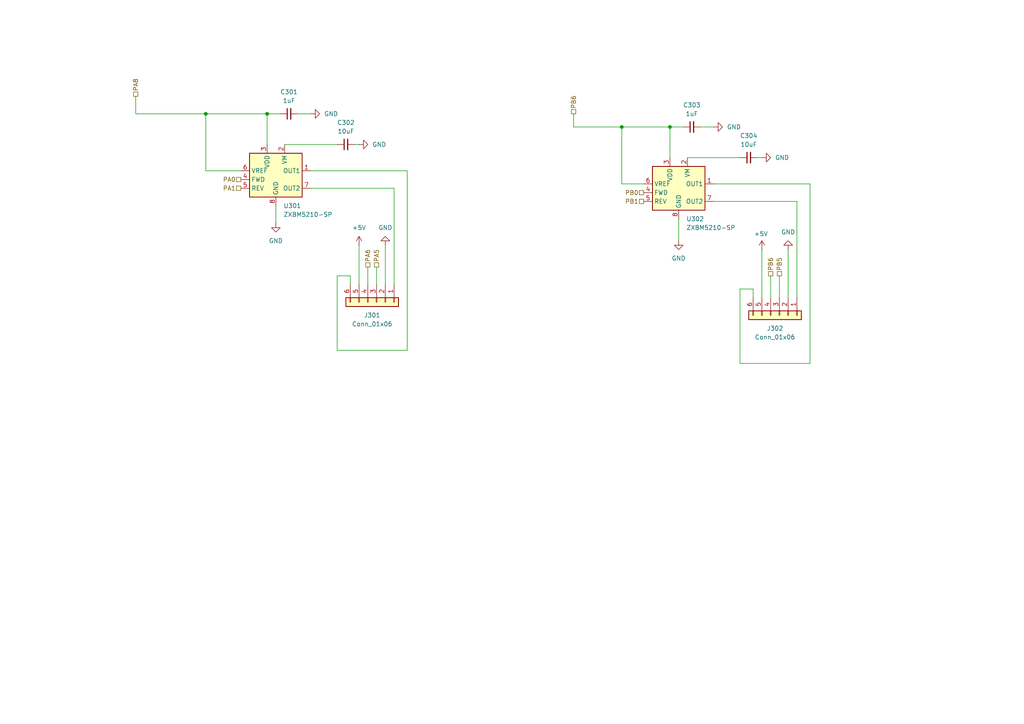
<source format=kicad_sch>
(kicad_sch (version 20231120) (generator "eeschema") (generator_version "8.0")
  (paper "A4")
  (lib_symbols
    (symbol "Connector_Generic:Conn_01x06" (pin_names (offset 1.016) hide)
      (property "Reference" "J" (at 0 7.62 0))
      (property "Value" "Conn_01x06" (at 0 -10.16 0))
      (symbol "Conn_01x06_1_1"
        (rectangle (start -1.27 -7.493) (end 0 -7.747) (stroke (width 0.1524)))
        (rectangle (start -1.27 -4.953) (end 0 -5.207) (stroke (width 0.1524)))
        (rectangle (start -1.27 -2.413) (end 0 -2.667) (stroke (width 0.1524)))
        (rectangle (start -1.27 0.127) (end 0 -0.127) (stroke (width 0.1524)))
        (rectangle (start -1.27 2.667) (end 0 2.413) (stroke (width 0.1524)))
        (rectangle (start -1.27 5.207) (end 0 4.953) (stroke (width 0.1524)))
        (rectangle (start -1.27 6.35) (end 1.27 -8.89) (stroke (width 0.254)) (fill (type background)))
        (pin passive line (at -5.08 5.08 0) (length 3.81) (name "Pin_1") (number "1"))
        (pin passive line (at -5.08 2.54 0) (length 3.81) (name "Pin_2") (number "2"))
        (pin passive line (at -5.08 0 0) (length 3.81) (name "Pin_3") (number "3"))
        (pin passive line (at -5.08 -2.54 0) (length 3.81) (name "Pin_4") (number "4"))
        (pin passive line (at -5.08 -5.08 0) (length 3.81) (name "Pin_5") (number "5"))
        (pin passive line (at -5.08 -7.62 0) (length 3.81) (name "Pin_6") (number "6"))
      )
    )
    (symbol "Device:C_Small" (pin_numbers hide) (pin_names (offset 0.254) hide)
      (property "Reference" "C" (at 0.254 1.778 0))
      (property "Value" "C_Small" (at 0.254 -2.032 0))
      (symbol "C_Small_0_1"
        (polyline (pts (xy -1.524 -0.508) (xy 1.524 -0.508)) (stroke (width 0.3302)))
        (polyline (pts (xy -1.524 0.508) (xy 1.524 0.508)) (stroke (width 0.3048)))
      )
      (symbol "C_Small_1_1"
        (pin passive line (at 0 2.54 270) (length 2.032) (name "~") (number "1"))
        (pin passive line (at 0 -2.54 90) (length 2.032) (name "~") (number "2"))
      )
    )
    (symbol "Driver_Motor:ZXBM5210-SP"
      (property "Reference" "U" (at -7.62 8.89 0))
      (property "Value" "ZXBM5210-SP" (at 10.16 8.89 0))
      (symbol "ZXBM5210-SP_0_0"
        (pin output line (at 10.16 2.54 180) (length 2.54) (name "OUT1") (number "1"))
        (pin power_in line (at 2.54 10.16 270) (length 2.54) (name "VM") (number "2"))
        (pin power_in line (at -2.54 10.16 270) (length 2.54) (name "VDD") (number "3"))
        (pin input line (at -10.16 0 0) (length 2.54) (name "FWD") (number "4"))
        (pin input line (at -10.16 -2.54 0) (length 2.54) (name "REV") (number "5"))
        (pin input line (at -10.16 2.54 0) (length 2.54) (name "VREF") (number "6"))
        (pin output line (at 10.16 -2.54 180) (length 2.54) (name "OUT2") (number "7"))
        (pin power_in line (at 0 -7.62 90) (length 2.54) (name "GND") (number "8"))
        (pin passive line (at 0 -7.62 90) (length 2.54) hide (name "GND") (number "9"))
      )
      (symbol "ZXBM5210-SP_0_1"
        (rectangle (start -7.62 7.62) (end 7.62 -5.08) (stroke (width 0.254)) (fill (type background)))
      )
    )
    (symbol "power:+5V" (power) (pin_numbers hide) (pin_names (offset 0) hide)
      (property "Value" "+5V" (at 0 3.556 0))
      (symbol "+5V_0_1"
        (polyline (pts (xy -0.762 1.27) (xy 0 2.54)))
        (polyline (pts (xy 0 0) (xy 0 2.54)))
        (polyline (pts (xy 0 2.54) (xy 0.762 1.27)))
      )
      (symbol "+5V_1_1"
        (pin power_in line (at 0 0 90) (length 0) (name "~") (number "1"))
      )
    )
    (symbol "power:GND" (power) (pin_numbers hide) (pin_names (offset 0) hide)
      (property "Value" "GND" (at 0 -3.81 0))
      (symbol "GND_0_1"
        (polyline (pts (xy 0 0) (xy 0 -1.27) (xy 1.27 -1.27) (xy 0 -2.54) (xy -1.27 -1.27) (xy 0 -1.27)))
      )
      (symbol "GND_1_1"
        (pin power_in line (at 0 0 270) (length 0) (name "~") (number "1"))
      )
    )
  )
  (junction (at 180.34 36.83))
  (junction (at 77.47 33.02))
  (junction (at 194.31 36.83))
  (junction (at 59.69 33.02))
  (wire (pts (xy 214.63 83.82) (xy 218.44 83.82)))
  (wire (pts (xy 59.69 33.02) (xy 59.69 49.53)))
  (wire (pts (xy 203.2 36.83) (xy 207.01 36.83)))
  (wire (pts (xy 199.39 45.72) (xy 214.63 45.72)))
  (wire (pts (xy 80.01 59.69) (xy 80.01 64.77)))
  (wire (pts (xy 218.44 83.82) (xy 218.44 86.36)))
  (wire (pts (xy 186.69 53.34) (xy 180.34 53.34)))
  (wire (pts (xy 82.55 41.91) (xy 97.79 41.91)))
  (wire (pts (xy 118.11 49.53) (xy 118.11 101.6)))
  (wire (pts (xy 106.68 77.47) (xy 106.68 82.55)))
  (wire (pts (xy 220.98 72.39) (xy 220.98 86.36)))
  (wire (pts (xy 214.63 105.41) (xy 214.63 83.82)))
  (wire (pts (xy 77.47 33.02) (xy 77.47 41.91)))
  (wire (pts (xy 59.69 33.02) (xy 77.47 33.02)))
  (wire (pts (xy 114.3 54.61) (xy 114.3 82.55)))
  (wire (pts (xy 104.14 41.91) (xy 102.87 41.91)))
  (wire (pts (xy 234.95 53.34) (xy 234.95 105.41)))
  (wire (pts (xy 207.01 58.42) (xy 231.14 58.42)))
  (wire (pts (xy 111.76 71.12) (xy 111.76 82.55)))
  (wire (pts (xy 220.98 45.72) (xy 219.71 45.72)))
  (wire (pts (xy 90.17 49.53) (xy 118.11 49.53)))
  (wire (pts (xy 223.52 80.01) (xy 223.52 86.36)))
  (wire (pts (xy 231.14 58.42) (xy 231.14 86.36)))
  (wire (pts (xy 234.95 105.41) (xy 214.63 105.41)))
  (wire (pts (xy 226.06 80.01) (xy 226.06 86.36)))
  (wire (pts (xy 194.31 36.83) (xy 194.31 45.72)))
  (wire (pts (xy 196.85 69.85) (xy 196.85 63.5)))
  (wire (pts (xy 86.36 33.02) (xy 90.17 33.02)))
  (wire (pts (xy 97.79 101.6) (xy 97.79 80.01)))
  (wire (pts (xy 101.6 80.01) (xy 101.6 82.55)))
  (wire (pts (xy 180.34 53.34) (xy 180.34 36.83)))
  (wire (pts (xy 194.31 36.83) (xy 198.12 36.83)))
  (wire (pts (xy 207.01 53.34) (xy 234.95 53.34)))
  (wire (pts (xy 180.34 36.83) (xy 194.31 36.83)))
  (wire (pts (xy 39.37 33.02) (xy 39.37 27.94)))
  (wire (pts (xy 90.17 54.61) (xy 114.3 54.61)))
  (wire (pts (xy 39.37 33.02) (xy 59.69 33.02)))
  (wire (pts (xy 166.37 36.83) (xy 180.34 36.83)))
  (wire (pts (xy 77.47 33.02) (xy 81.28 33.02)))
  (wire (pts (xy 109.22 77.47) (xy 109.22 82.55)))
  (wire (pts (xy 166.37 36.83) (xy 166.37 33.02)))
  (wire (pts (xy 104.14 71.12) (xy 104.14 82.55)))
  (wire (pts (xy 69.85 49.53) (xy 59.69 49.53)))
  (wire (pts (xy 118.11 101.6) (xy 97.79 101.6)))
  (wire (pts (xy 97.79 80.01) (xy 101.6 80.01)))
  (wire (pts (xy 228.6 72.39) (xy 228.6 86.36)))
  (hierarchical_label "PA5" (shape passive) (at 109.22 77.47 90))
  (hierarchical_label "PA0" (shape passive) (at 69.85 52.07 180))
  (hierarchical_label "PB0" (shape passive) (at 186.69 55.88 180))
  (hierarchical_label "PA8" (shape passive) (at 39.37 27.94 90))
  (hierarchical_label "PB5" (shape passive) (at 226.06 80.01 90))
  (hierarchical_label "PA1" (shape passive) (at 69.85 54.61 180))
  (hierarchical_label "PA6" (shape passive) (at 106.68 77.47 90))
  (hierarchical_label "PB6" (shape passive) (at 166.37 33.02 90))
  (hierarchical_label "PB6" (shape passive) (at 223.52 80.01 90))
  (hierarchical_label "PB1" (shape passive) (at 186.69 58.42 180))
  (symbol (lib_id "power:+5V") (at 104.14 71.12 0) (unit 1)
    (property "Reference" "#PWR0308" (effects (hide yes)))
    (property "Value" "+5V" (at 104.14 66.04 0))
    (property "Description" "Power symbol creates a global label with name \"+5V\"" (effects (hide yes)))
  )
  (symbol (lib_id "Device:C_Small") (at 217.17 45.72 90) (unit 1)
    (property "Reference" "C304" (at 217.1763 39.37 90))
    (property "Value" "10uF" (at 217.1763 41.91 90))
    (property "Footprint" "Capacitor_SMD:C_0402_1005Metric" (effects (hide yes)))
    (property "Description" "Unpolarized capacitor, small symbol" (effects (hide yes)))
  )
  (symbol (lib_id "power:GND") (at 104.14 41.91 90) (unit 1)
    (property "Reference" "#PWR0303" (effects (hide yes)))
    (property "Value" "GND" (at 107.95 41.9099 90) (effects (justify right)))
    (property "Description" "Power symbol creates a global label with name \"GND\" , ground" (effects (hide yes)))
  )
  (symbol (lib_id "power:GND") (at 228.6 72.39 180) (unit 1)
    (property "Reference" "#PWR0310" (effects (hide yes)))
    (property "Value" "GND" (at 228.6 67.31 0))
    (property "Description" "Power symbol creates a global label with name \"GND\" , ground" (effects (hide yes)))
  )
  (symbol (lib_id "power:GND") (at 207.01 36.83 90) (unit 1)
    (property "Reference" "#PWR0305" (effects (hide yes)))
    (property "Value" "GND" (at 210.82 36.8299 90) (effects (justify right)))
    (property "Description" "Power symbol creates a global label with name \"GND\" , ground" (effects (hide yes)))
  )
  (symbol (lib_id "Device:C_Small") (at 83.82 33.02 90) (unit 1)
    (property "Reference" "C301" (at 83.8263 26.67 90))
    (property "Value" "1uF" (at 83.8263 29.21 90))
    (property "Footprint" "Capacitor_SMD:C_0402_1005Metric" (effects (hide yes)))
    (property "Description" "Unpolarized capacitor, small symbol" (effects (hide yes)))
  )
  (symbol (lib_id "power:GND") (at 220.98 45.72 90) (unit 1)
    (property "Reference" "#PWR0306" (effects (hide yes)))
    (property "Value" "GND" (at 224.79 45.7199 90) (effects (justify right)))
    (property "Description" "Power symbol creates a global label with name \"GND\" , ground" (effects (hide yes)))
  )
  (symbol (lib_id "power:+5V") (at 220.98 72.39 0) (unit 1)
    (property "Reference" "#PWR0309" (effects (hide yes)))
    (property "Value" "+5V" (at 220.726 67.818 0))
    (property "Description" "Power symbol creates a global label with name \"+5V\"" (effects (hide yes)))
  )
  (symbol (lib_id "power:GND") (at 90.17 33.02 90) (unit 1)
    (property "Reference" "#PWR0302" (effects (hide yes)))
    (property "Value" "GND" (at 93.98 33.0199 90) (effects (justify right)))
    (property "Description" "Power symbol creates a global label with name \"GND\" , ground" (effects (hide yes)))
  )
  (symbol (lib_id "power:GND") (at 196.85 69.85 0) (unit 1)
    (property "Reference" "#PWR0304" (effects (hide yes)))
    (property "Value" "GND" (at 196.85 74.93 0))
    (property "Description" "Power symbol creates a global label with name \"GND\" , ground" (effects (hide yes)))
  )
  (symbol (lib_id "power:GND") (at 111.76 71.12 180) (unit 1)
    (property "Reference" "#PWR0307" (effects (hide yes)))
    (property "Value" "GND" (at 111.76 66.04 0))
    (property "Description" "Power symbol creates a global label with name \"GND\" , ground" (effects (hide yes)))
  )
  (symbol (lib_id "Driver_Motor:ZXBM5210-SP") (at 80.01 52.07 0) (unit 1)
    (property "Reference" "U301" (at 82.2041 59.69 0) (effects (justify left)))
    (property "Value" "ZXBM5210-SP" (at 82.2041 62.23 0) (effects (justify left)))
    (property "Footprint" "Package_SO:Diodes_SO-8EP" (effects (hide yes)))
    (property "Datasheet" "https://www.diodes.com/assets/Datasheets/ZXBM5210.pdf" (effects (hide yes)))
    (property "Description" "Reversible DC motor drive with speed control, 3-18V, 0.85A, SOIC-8EP" (effects (hide yes)))
  )
  (symbol (lib_id "power:GND") (at 80.01 64.77 0) (unit 1)
    (property "Reference" "#PWR0301" (effects (hide yes)))
    (property "Value" "GND" (at 80.01 69.85 0))
    (property "Description" "Power symbol creates a global label with name \"GND\" , ground" (effects (hide yes)))
  )
  (symbol (lib_id "Connector_Generic:Conn_01x06") (at 109.22 87.63 270) (unit 1)
    (property "Reference" "J301" (at 107.95 91.44 90))
    (property "Value" "Conn_01x06" (at 107.95 93.98 90))
    (property "Footprint" "Connector_JST:JST_XH_S6B-XH-A_1x06_P2.50mm_Horizontal" (effects (hide yes)))
    (property "Description" "Generic connector, single row, 01x06, script generated (kicad-library-utils/schlib/autogen/connector/)" (effects (hide yes)))
  )
  (symbol (lib_id "Connector_Generic:Conn_01x06") (at 226.06 91.44 270) (unit 1)
    (property "Reference" "J302" (at 224.79 95.25 90))
    (property "Value" "Conn_01x06" (at 224.79 97.79 90))
    (property "Footprint" "Connector_JST:JST_XH_S6B-XH-A_1x06_P2.50mm_Horizontal" (effects (hide yes)))
    (property "Description" "Generic connector, single row, 01x06, script generated (kicad-library-utils/schlib/autogen/connector/)" (effects (hide yes)))
  )
  (symbol (lib_id "Device:C_Small") (at 200.66 36.83 90) (unit 1)
    (property "Reference" "C303" (at 200.6663 30.48 90))
    (property "Value" "1uF" (at 200.6663 33.02 90))
    (property "Footprint" "Capacitor_SMD:C_0402_1005Metric" (effects (hide yes)))
    (property "Description" "Unpolarized capacitor, small symbol" (effects (hide yes)))
  )
  (symbol (lib_id "Device:C_Small") (at 100.33 41.91 90) (unit 1)
    (property "Reference" "C302" (at 100.3363 35.56 90))
    (property "Value" "10uF" (at 100.3363 38.1 90))
    (property "Footprint" "Capacitor_SMD:C_0402_1005Metric" (effects (hide yes)))
    (property "Description" "Unpolarized capacitor, small symbol" (effects (hide yes)))
  )
  (symbol (lib_id "Driver_Motor:ZXBM5210-SP") (at 196.85 55.88 0) (unit 1)
    (property "Reference" "U302" (at 199.0441 63.5 0) (effects (justify left)))
    (property "Value" "ZXBM5210-SP" (at 199.0441 66.04 0) (effects (justify left)))
    (property "Footprint" "Package_SO:Diodes_SO-8EP" (effects (hide yes)))
    (property "Datasheet" "https://www.diodes.com/assets/Datasheets/ZXBM5210.pdf" (effects (hide yes)))
    (property "Description" "Reversible DC motor drive with speed control, 3-18V, 0.85A, SOIC-8EP" (effects (hide yes)))
  )
)
</source>
